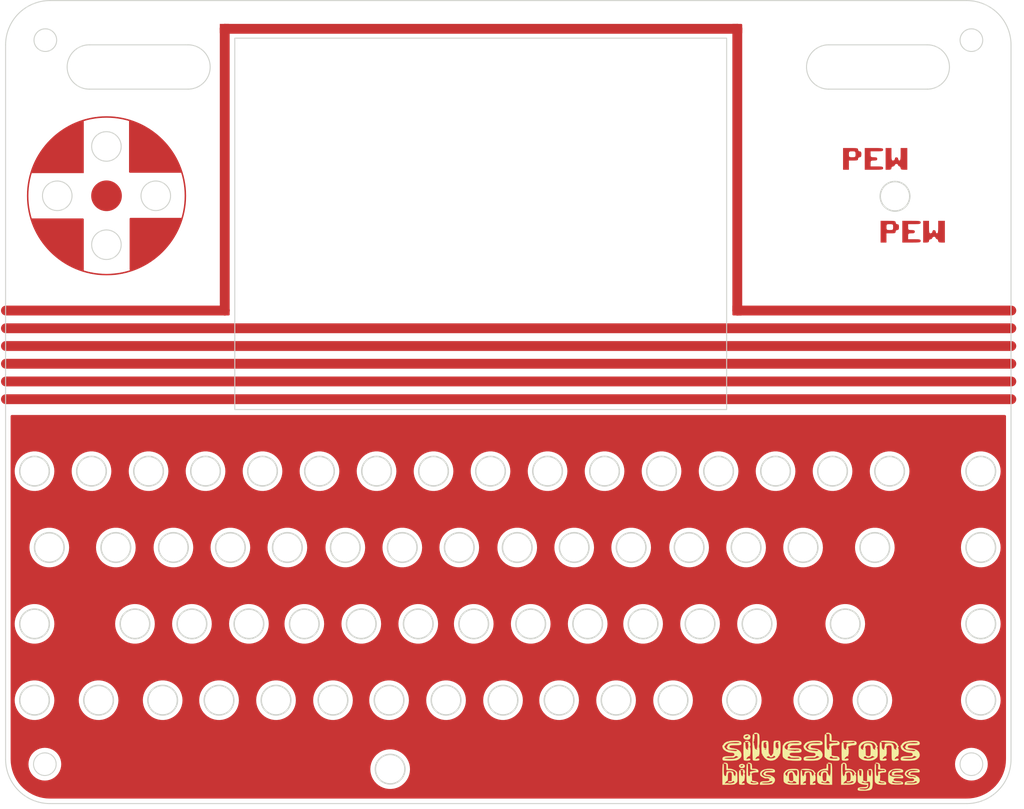
<source format=kicad_pcb>
(kicad_pcb (version 20211014) (generator pcbnew)
  (layers (0 "F.Cu" signal) (31 "B.Cu" signal) (34 "B.Paste" user) (35 "F.Paste" user) (36 "B.SilkS" user "B.Silkscreen") (37 "F.SilkS" user "F.Silkscreen") (38 "B.Mask" user) (39 "F.Mask" user) (44 "Edge.Cuts" user))
  (net 0 "")
  (footprint "LOGO" (layer "F.Cu") (at 189.592 98.950251)
    (fp_text reference "G***" hide)
    (fp_text value "LOGO" hide)
    (fp_poly (pts (xy 38.676921 -24.548547) (xy 38.944461 -24.539121) (xy 39.101226 -24.516885) (xy 39.176488 -24.476499) (xy 39.19952 -24.412623) (xy 39.200666 -24.380602) (xy 39.185668 -24.293735) (xy 39.11728 -24.242766) (xy 38.960412 -24.218307) (xy 38.67997 -24.210969) (xy 38.565666 -24.210702) (xy 37.930666 -24.210702) (xy 37.930666 -23.913378) (xy 37.940919 -23.723012) (xy 38.004224 -23.638412) (xy 38.1694 -23.616718) (xy 38.269333 -23.616054) (xy 38.490901 -23.601806) (xy 38.588825 -23.54422) (xy 38.608 -23.446154) (xy 38.579599 -23.334999) (xy 38.46481 -23.285873) (xy 38.269333 -23.276254) (xy 38.052497 -23.267253) (xy 37.956133 -23.211676) (xy 37.931423 -23.066663) (xy 37.930666 -22.97893) (xy 37.930666 -22.681605) (xy 38.565666 -22.681605) (xy 38.890334 -22.677593) (xy 39.080829 -22.659295) (xy 39.172245 -22.617323) (xy 39.19967 -22.542289) (xy 39.200666 -22.511706) (xy 39.189949 -22.437351) (xy 39.138282 -22.388545) (xy 39.016393 -22.359947) (xy 38.79501 -22.346217) (xy 38.444859 -22.342015) (xy 38.269333 -22.341806) (xy 37.338 -22.341806) (xy 37.338 -24.550502) (xy 38.269333 -24.550502)) (layer "F.Cu") (width 0) (fill solid))
    (fp_poly (pts (xy 40.070701 -17.157027) (xy 40.295664 -17.14372) (xy 40.415782 -17.112758) (xy 40.463287 -17.056956) (xy 40.470666 -16.989967) (xy 40.530535 -16.847989) (xy 40.64 -16.820067) (xy 40.756708 -16.786808) (xy 40.803798 -16.656968) (xy 40.809333 -16.522743) (xy 40.790391 -16.31782) (xy 40.716444 -16.235137) (xy 40.64 -16.225418) (xy 40.498495 -16.16535) (xy 40.470666 -16.055518) (xy 40.450454 -15.957334) (xy 40.363065 -15.906185) (xy 40.168368 -15.887431) (xy 40.005 -15.885619) (xy 39.539333 -15.885619) (xy 39.539333 -14.951171) (xy 38.946666 -14.951171) (xy 38.946666 -16.522743) (xy 39.539333 -16.522743) (xy 39.549586 -16.332376) (xy 39.61289 -16.247776) (xy 39.778067 -16.226083) (xy 39.878 -16.225418) (xy 40.094836 -16.234419) (xy 40.191199 -16.289996) (xy 40.215909 -16.435009) (xy 40.216666 -16.522743) (xy 40.206413 -16.713109) (xy 40.143109 -16.797709) (xy 39.977932 -16.819402) (xy 39.878 -16.820067) (xy 39.661163 -16.811066) (xy 39.5648 -16.755489) (xy 39.54009 -16.610476) (xy 39.539333 -16.522743) (xy 38.946666 -16.522743) (xy 38.946666 -17.159866) (xy 39.708666 -17.159866)) (layer "F.Cu") (width 0) (fill solid))
    (fp_poly (pts (xy 43.857333 -16.522743) (xy 43.861332 -16.196989) (xy 43.879569 -16.005856) (xy 43.921401 -15.914136) (xy 43.996185 -15.886618) (xy 44.026666 -15.885619) (xy 44.16817 -15.945687) (xy 44.196 -16.055518) (xy 44.255868 -16.197496) (xy 44.365333 -16.225418) (xy 44.506837 -16.16535) (xy 44.534666 -16.055518) (xy 44.587606 -15.917153) (xy 44.661666 -15.885619) (xy 44.728655 -15.918994) (xy 44.767977 -16.039601) (xy 44.785756 -16.278166) (xy 44.788666 -16.522743) (xy 44.788666 -17.159866) (xy 45.466 -17.159866) (xy 45.466 -14.951171) (xy 45.127333 -14.951171) (xy 44.905765 -14.965418) (xy 44.80784 -15.023005) (xy 44.788666 -15.12107) (xy 44.735727 -15.259436) (xy 44.661666 -15.29097) (xy 44.549418 -15.35897) (xy 44.534666 -15.418395) (xy 44.46408 -15.522169) (xy 44.365333 -15.545819) (xy 44.227429 -15.492703) (xy 44.196 -15.418395) (xy 44.125413 -15.314621) (xy 44.026666 -15.29097) (xy 43.885162 -15.230901) (xy 43.857333 -15.12107) (xy 43.824185 -15.003972) (xy 43.694777 -14.956724) (xy 43.561 -14.951171) (xy 43.264666 -14.951171) (xy 43.264666 -17.159866) (xy 43.857333 -17.159866)) (layer "F.Cu") (width 0) (fill solid))
    (fp_poly (pts (xy 40.047333 -23.913378) (xy 40.051332 -23.587625) (xy 40.069569 -23.396492) (xy 40.111401 -23.304771) (xy 40.186185 -23.277254) (xy 40.216666 -23.276254) (xy 40.35817 -23.336323) (xy 40.386 -23.446154) (xy 40.445868 -23.588131) (xy 40.555333 -23.616054) (xy 40.696837 -23.555985) (xy 40.724666 -23.446154) (xy 40.777606 -23.307788) (xy 40.851666 -23.276254) (xy 40.918655 -23.309629) (xy 40.957977 -23.430236) (xy 40.975756 -23.668801) (xy 40.978666 -23.913378) (xy 40.978666 -24.550502) (xy 41.656 -24.550502) (xy 41.656 -22.341806) (xy 41.317333 -22.341806) (xy 41.095765 -22.356054) (xy 40.99784 -22.41364) (xy 40.978666 -22.511706) (xy 40.925727 -22.650071) (xy 40.851666 -22.681605) (xy 40.739418 -22.749605) (xy 40.724666 -22.80903) (xy 40.65408 -22.912804) (xy 40.555333 -22.936455) (xy 40.417429 -22.883338) (xy 40.386 -22.80903) (xy 40.315413 -22.705256) (xy 40.216666 -22.681605) (xy 40.075162 -22.621537) (xy 40.047333 -22.511706) (xy 40.014185 -22.394607) (xy 39.884777 -22.34736) (xy 39.751 -22.341806) (xy 39.454666 -22.341806) (xy 39.454666 -24.550502) (xy 40.047333 -24.550502)) (layer "F.Cu") (width 0) (fill solid))
    (fp_poly (pts (xy 42.486921 -17.157911) (xy 42.754461 -17.148486) (xy 42.911226 -17.12625) (xy 42.986488 -17.085864) (xy 43.00952 -17.021987) (xy 43.010666 -16.989967) (xy 42.995668 -16.903099) (xy 42.92728 -16.85213) (xy 42.770412 -16.827671) (xy 42.48997 -16.820333) (xy 42.375666 -16.820067) (xy 41.740666 -16.820067) (xy 41.740666 -16.522743) (xy 41.750919 -16.332376) (xy 41.814224 -16.247776) (xy 41.9794 -16.226083) (xy 42.079333 -16.225418) (xy 42.300901 -16.211171) (xy 42.398825 -16.153584) (xy 42.418 -16.055518) (xy 42.389599 -15.944364) (xy 42.27481 -15.895238) (xy 42.079333 -15.885619) (xy 41.862497 -15.876618) (xy 41.766133 -15.821041) (xy 41.741423 -15.676028) (xy 41.740666 -15.588294) (xy 41.740666 -15.29097) (xy 42.375666 -15.29097) (xy 42.700334 -15.286957) (xy 42.890829 -15.268659) (xy 42.982245 -15.226688) (xy 43.00967 -15.151653) (xy 43.010666 -15.12107) (xy 42.999949 -15.046716) (xy 42.948282 -14.997909) (xy 42.826393 -14.969311) (xy 42.60501 -14.955581) (xy 42.254859 -14.95138) (xy 42.079333 -14.951171) (xy 41.148 -14.951171) (xy 41.148 -17.159866) (xy 42.079333 -17.159866)) (layer "F.Cu") (width 0) (fill solid))
    (fp_poly (pts (xy 36.260701 -24.547663) (xy 36.485664 -24.534356) (xy 36.605782 -24.503394) (xy 36.653287 -24.447592) (xy 36.660666 -24.380602) (xy 36.720535 -24.238625) (xy 36.83 -24.210702) (xy 36.946708 -24.177443) (xy 36.993798 -24.047603) (xy 36.999333 -23.913378) (xy 36.980391 -23.708456) (xy 36.906444 -23.625773) (xy 36.83 -23.616054) (xy 36.688495 -23.555985) (xy 36.660666 -23.446154) (xy 36.640454 -23.347969) (xy 36.553065 -23.296821) (xy 36.358368 -23.278066) (xy 36.195 -23.276254) (xy 35.729333 -23.276254) (xy 35.729333 -22.341806) (xy 35.136666 -22.341806) (xy 35.136666 -23.913378) (xy 35.729333 -23.913378) (xy 35.739586 -23.723012) (xy 35.80289 -23.638412) (xy 35.968067 -23.616718) (xy 36.068 -23.616054) (xy 36.284836 -23.625055) (xy 36.381199 -23.680632) (xy 36.405909 -23.825645) (xy 36.406666 -23.913378) (xy 36.396413 -24.103744) (xy 36.333109 -24.188344) (xy 36.167932 -24.210038) (xy 36.068 -24.210702) (xy 35.851163 -24.201701) (xy 35.7548 -24.146124) (xy 35.73009 -24.001111) (xy 35.729333 -23.913378) (xy 35.136666 -23.913378) (xy 35.136666 -24.550502) (xy 35.898666 -24.550502)) (layer "F.Cu") (width 0) (fill solid))
  )
  (footprint "LOGO" (layer "F.Cu") (at 190.748202 99.953428)
    (fp_text reference "G***" hide)
    (fp_text value "LOGO" hide)
  )
  (footprint "LOGO" (layer "F.Cu") (at 189.592 98.950251)
    (fp_text reference "G***" hide)
    (fp_text value "LOGO" hide)
  )
  (footprint "Silvestron Components:sbab-logo-20x6mm" (layer "F.Cu") (at 222.5 136.7)
    (fp_text reference "G***" hide)
    (fp_text value "LOGO" hide)
  )
  (gr_line (start 139.8 92.7) (end 241.8 92.7) (layer "F.Cu") (width 1))
  (gr_line (start 162 62.3) (end 162 90.9) (layer "F.Cu") (width 1))
  (gr_line (start 139.8 96.3) (end 241.8 96.3) (layer "F.Cu") (width 1))
  (gr_circle (center 150.007149 79.250002) (end 151.514298 79.250002) (layer "F.Cu") (width 0.1) (fill solid))
  (gr_poly (pts (xy 152.45 81.586425) (xy 157.6 81.586425) (xy 157.1 82.786427) (xy 156.300001 84.036426) (xy 155.3 85.136425) (xy 154.15 85.986426) (xy 153.200001 86.486425) (xy 152.45 86.736425)) (layer "F.Cu") (width 0.2) (fill solid))
  (gr_circle (center 150.007149 79.250002) (end 158.007154 79.250002) (layer "F.Cu") (width 0.15) (fill none))
  (gr_line (start 139.8 94.5) (end 241.8 94.5) (layer "F.Cu") (width 1))
  (gr_line (start 139.8 90.9) (end 162 90.9) (layer "F.Cu") (width 1))
  (gr_line (start 214 90.9) (end 241.8 90.9) (layer "F.Cu") (width 1))
  (gr_poly (pts (xy 152.389425 76.812164) (xy 152.389425 71.662164) (xy 153.589426 72.162164) (xy 154.839426 72.962164) (xy 155.939425 73.962164) (xy 156.789425 75.112164) (xy 157.289425 76.062164) (xy 157.539425 76.812164)) (layer "F.Cu") (width 0.2) (fill solid))
  (gr_line (start 139.8 99.9) (end 241.8 99.9) (layer "F.Cu") (width 1))
  (gr_rect (start 213.6 91.3) (end 214.4 90.5) (layer "F.Cu") (width 0.2) (fill none))
  (gr_line (start 214 62.3) (end 162 62.3) (layer "F.Cu") (width 1))
  (gr_line (start 214 90.9) (end 214 62.3) (layer "F.Cu") (width 1))
  (gr_line (start 139.8 98.1) (end 241.8 98.1) (layer "F.Cu") (width 1))
  (gr_rect (start 213.6 62.7) (end 214.4 61.9) (layer "F.Cu") (width 0.2) (fill none))
  (gr_rect (start 162.4 91.3) (end 162 90.8) (layer "F.Cu") (width 0.2) (fill none))
  (gr_poly (pts (xy 147.6 81.65) (xy 147.6 86.8) (xy 146.399998 86.3) (xy 145.149999 85.500001) (xy 144.05 84.5) (xy 143.199999 83.35) (xy 142.7 82.400001) (xy 142.45 81.65)) (layer "F.Cu") (width 0.2) (fill solid))
  (gr_rect (start 161.6 62.7) (end 162.4 61.9) (layer "F.Cu") (width 0.2) (fill none))
  (gr_poly (pts (xy 147.6 76.85) (xy 142.45 76.85) (xy 142.95 75.65) (xy 143.75 74.4) (xy 144.75 73.3) (xy 145.9 72.45) (xy 146.85 71.95) (xy 147.6 71.7)) (layer "F.Cu") (width 0.2) (fill solid))
  (gr_circle locked (center 187.262212 122.704899) (end 185.762212 122.704899) (layer "Edge.Cuts") (width 0.15) (fill none))
  (gr_circle locked (center 203.232212 114.954899) (end 201.732212 114.954899) (layer "Edge.Cuts") (width 0.15) (fill none))
  (gr_circle locked (center 148.482212 107.204899) (end 146.982212 107.204899) (layer "Edge.Cuts") (width 0.15) (fill none))
  (gr_circle locked (center 210.222212 122.704899) (end 208.722212 122.704899) (layer "Edge.Cuts") (width 0.15) (fill none))
  (gr_line (start 223.268907 68.425003) (end 233.293905 68.424863) (layer "Edge.Cuts") (width 0.1))
  (gr_line (start 144.268872 140.950001) (end 237.268872 140.950002) (layer "Edge.Cuts") (width 0.1))
  (gr_circle locked (center 181.632212 122.704899) (end 180.132212 122.704899) (layer "Edge.Cuts") (width 0.15) (fill none))
  (gr_circle locked (center 220.672212 114.954899) (end 219.172212 114.954899) (layer "Edge.Cuts") (width 0.15) (fill none))
  (gr_arc (start 237.268872 59.431974) (mid 240.450854 60.749994) (end 241.768873 63.931977) (layer "Edge.Cuts") (width 0.1))
  (gr_circle locked (center 175.852212 122.704899) (end 174.352213 122.704899) (layer "Edge.Cuts") (width 0.15) (fill none))
  (gr_circle locked (center 154.272212 107.204898) (end 155.772212 107.204898) (layer "Edge.Cuts") (width 0.15) (fill none))
  (gr_circle locked (center 206.312212 107.204899) (end 204.812212 107.204899) (layer "Edge.Cuts") (width 0.15) (fill none))
  (gr_circle locked (center 229.452212 107.204899) (end 227.952212 107.204899) (layer "Edge.Cuts") (width 0.15) (fill none))
  (gr_circle locked (center 158.672212 122.704899) (end 157.172212 122.704899) (layer "Edge.Cuts") (width 0.15) (fill none))
  (gr_arc (start 144.268872 140.950001) (mid 141.086891 139.631981) (end 139.768872 136.45) (layer "Edge.Cuts") (width 0.1))
  (gr_circle locked (center 171.612212 107.204899) (end 170.112212 107.204899) (layer "Edge.Cuts") (width 0.15) (fill none))
  (gr_circle locked (center 177.402212 107.204899) (end 175.902212 107.204899) (layer "Edge.Cuts") (width 0.15) (fill none))
  (gr_circle (center 143.8 63.45) (end 144.95 63.45) (layer "Edge.Cuts") (width 0.1) (fill none))
  (gr_line (start 148.26884 68.424869) (end 158.293838 68.424729) (layer "Edge.Cuts") (width 0.1))
  (gr_circle locked (center 214.452212 130.454899) (end 212.952212 130.454899) (layer "Edge.Cuts") (width 0.15) (fill none))
  (gr_circle locked (center 238.702212 114.954898) (end 237.202212 114.954899) (layer "Edge.Cuts") (width 0.15) (fill none))
  (gr_circle locked (center 156.792212 114.954899) (end 155.292212 114.954899) (layer "Edge.Cuts") (width 0.15) (fill none))
  (gr_circle locked (center 227.952213 114.954899) (end 226.452211 114.954899) (layer "Edge.Cuts") (width 0.15) (fill none))
  (gr_circle locked (center 142.702212 107.204899) (end 141.202212 107.204899) (layer "Edge.Cuts") (width 0.15) (fill none))
  (gr_circle (center 155.006084 79.250002) (end 156.506084 79.250002) (layer "Edge.Cuts") (width 0.1) (fill none))
  (gr_circle locked (center 194.752212 107.204899) (end 193.252212 107.204899) (layer "Edge.Cuts") (width 0.15) (fill none))
  (gr_circle locked (center 221.702212 130.454899) (end 220.202212 130.454899) (layer "Edge.Cuts") (width 0.15) (fill none))
  (gr_circle locked (center 201.702213 130.454899) (end 200.202211 130.454899) (layer "Edge.Cuts") (width 0.15) (fill none))
  (gr_circle locked (center 238.702212 107.204899) (end 237.202212 107.204899) (layer "Edge.Cuts") (width 0.15) (fill none))
  (gr_circle locked (center 191.672213 114.954899) (end 190.172211 114.954899) (layer "Edge.Cuts") (width 0.15) (fill none))
  (gr_circle locked (center 230 79.3) (end 231.5 79.3) (layer "Edge.Cuts") (width 0.15) (fill none))
  (gr_circle locked (center 212.102213 107.204899) (end 210.602212 107.204898) (layer "Edge.Cuts") (width 0.15) (fill none))
  (gr_circle locked (center 238.702212 122.704899) (end 237.202212 122.704899) (layer "Edge.Cuts") (width 0.15) (fill none))
  (gr_circle locked (center 150.952211 114.954899) (end 149.452212 114.954899) (layer "Edge.Cuts") (width 0.15) (fill none))
  (gr_circle locked (center 155.702212 130.454899) (end 154.202212 130.4549) (layer "Edge.Cuts") (width 0.15) (fill none))
  (gr_circle locked (center 162.572212 114.954899) (end 161.072212 114.954899) (layer "Edge.Cuts") (width 0.15) (fill none))
  (gr_circle locked (center 167.202213 130.454899) (end 165.702212 130.4549) (layer "Edge.Cuts") (width 0.15) (fill none))
  (gr_circle locked (center 190.232212 130.454899) (end 188.732213 130.454899) (layer "Edge.Cuts") (width 0.15) (fill none))
  (gr_circle locked (center 214.892212 114.954899) (end 213.392212 114.954899) (layer "Edge.Cuts") (width 0.15) (fill none))
  (gr_circle locked (center 160.052212 107.204899) (end 158.552212 107.204898) (layer "Edge.Cuts") (width 0.15) (fill none))
  (gr_line (start 158.26884 63.924868) (end 148.293295 63.925002) (layer "Edge.Cuts") (width 0.1))
  (gr_circle locked (center 180.012212 114.954898) (end 178.512212 114.954899) (layer "Edge.Cuts") (width 0.15) (fill none))
  (gr_circle locked (center 142.702212 122.704899) (end 141.202212 122.704899) (layer "Edge.Cuts") (width 0.15) (fill none))
  (gr_circle locked (center 152.892212 122.704899) (end 151.392212 122.704899) (layer "Edge.Cuts") (width 0.15) (fill none))
  (gr_circle (center 237.75 63.45) (end 236.6 63.45) (layer "Edge.Cuts") (width 0.1) (fill none))
  (gr_circle locked (center 204.442212 122.704899) (end 202.942211 122.704899) (layer "Edge.Cuts") (width 0.15) (fill none))
  (gr_circle (center 149.996152 74.241067) (end 151.496152 74.241067) (layer "Edge.Cuts") (width 0.1) (fill none))
  (gr_circle locked (center 164.452211 122.704899) (end 162.952212 122.704899) (layer "Edge.Cuts") (width 0.15) (fill none))
  (gr_circle locked (center 195.922211 130.454899) (end 194.422212 130.454899) (layer "Edge.Cuts") (width 0.15) (fill none))
  (gr_circle locked (center 170.072213 122.704899) (end 168.572211 122.704899) (layer "Edge.Cuts") (width 0.15) (fill none))
  (gr_circle locked (center 174.232212 114.954899) (end 172.732212 114.954899) (layer "Edge.Cuts") (width 0.15) (fill none))
  (gr_circle locked (center 144.202212 114.954899) (end 142.702212 114.954898) (layer "Edge.Cuts") (width 0.15) (fill none))
  (gr_circle locked (center 207.482212 130.454899) (end 205.982213 130.454899) (layer "Edge.Cuts") (width 0.15) (fill none))
  (gr_circle locked (center 223.662212 107.204899) (end 222.162212 107.204899) (layer "Edge.Cuts") (width 0.15) (fill none))
  (gr_circle (center 145.008214 79.250002) (end 146.508214 79.250002) (layer "Edge.Cuts") (width 0.1) (fill none))
  (gr_circle locked (center 168.352211 114.954899) (end 166.852212 114.954899) (layer "Edge.Cuts") (width 0.15) (fill none))
  (gr_circle locked (center 172.982212 130.454899) (end 171.482212 130.454899) (layer "Edge.Cuts") (width 0.15) (fill none))
  (gr_circle locked (center 216.002212 122.704899) (end 214.502212 122.704899) (layer "Edge.Cuts") (width 0.15) (fill none))
  (gr_circle locked (center 142.702212 130.4549) (end 141.202212 130.454899) (layer "Edge.Cuts") (width 0.15) (fill none))
  (gr_circle locked (center 161.422211 130.454899) (end 159.922212 130.454899) (layer "Edge.Cuts") (width 0.15) (fill none))
  (gr_arc (start 148.26884 68.424869) (mid 146.018872 66.162641) (end 148.293295 63.925002) (layer "Edge.Cuts") (width 0.1))
  (gr_line (start 139.768872 63.931978) (end 139.768872 136.45) (layer "Edge.Cuts") (width 0.1))
  (gr_circle locked (center 193.042211 122.704899) (end 191.542212 122.704899) (layer "Edge.Cuts") (width 0.15) (fill none))
  (gr_circle locked (center 209.112212 114.954899) (end 207.612212 114.954899) (layer "Edge.Cuts") (width 0.15) (fill none))
  (gr_circle locked (center 183.182212 107.204898) (end 181.682212 107.204899) (layer "Edge.Cuts") (width 0.15) (fill none))
  (gr_circle locked (center 185.792212 114.954899) (end 184.292212 114.954898) (layer "Edge.Cuts") (width 0.15) (fill none))
  (gr_circle locked (center 197.452212 114.954899) (end 195.952213 114.954899) (layer "Edge.Cuts") (width 0.15) (fill none))
  (gr_circle (center 143.75 136.95) (end 144.9 136.95) (layer "Edge.Cuts") (width 0.1) (fill none))
  (gr_arc (start 241.768872 136.450002) (mid 240.45085 139.63198) (end 237.268872 140.950002) (layer "Edge.Cuts") (width 0.1))
  (gr_circle locked (center 178.672211 130.454899) (end 177.172212 130.454899) (layer "Edge.Cuts") (width 0.15) (fill none))
  (gr_circle locked (center 227.702212 130.454899) (end 226.202212 130.454899) (layer "Edge.Cuts") (width 0.15) (fill none))
  (gr_circle locked (center 165.832212 107.204899) (end 164.332212 107.204899) (layer "Edge.Cuts") (width 0.15) (fill none))
  (gr_circle locked (center 198.822213 122.704899) (end 197.322211 122.704899) (layer "Edge.Cuts") (width 0.15) (fill none))
  (gr_line (start 233.268907 63.925002) (end 223.293362 63.925136) (layer "Edge.Cuts") (width 0.1))
  (gr_rect (start 212.918872 100.950002) (end 163.018872 63.250002) (layer "Edge.Cuts") (width 0.1) (fill none))
  (gr_line (start 237.268872 59.431974) (end 144.268872 59.431977) (layer "Edge.Cuts") (width 0.1))
  (gr_circle locked (center 178.782212 137.454899) (end 177.282212 137.4549) (layer "Edge.Cuts") (width 0.15) (fill none))
  (gr_arc (start 158.26884 63.924868) (mid 160.518805 66.162369) (end 158.293838 68.424729) (layer "Edge.Cuts") (width 0.1))
  (gr_circle locked (center 238.702212 130.4549) (end 237.202212 130.454899) (layer "Edge.Cuts") (width 0.15) (fill none))
  (gr_circle locked (center 184.452213 130.454899) (end 182.952211 130.454899) (layer "Edge.Cuts") (width 0.15) (fill none))
  (gr_arc (start 139.768872 63.931978) (mid 141.086891 60.749997) (end 144.268872 59.431977) (layer "Edge.Cuts") (width 0.1))
  (gr_line (start 241.768872 136.450002) (end 241.768873 63.931977) (layer "Edge.Cuts") (width 0.1))
  (gr_circle locked (center 200.532212 107.204899) (end 199.032212 107.204899) (layer "Edge.Cuts") (width 0.15) (fill none))
  (gr_circle locked (center 149.202213 130.454899) (end 147.702211 130.454899) (layer "Edge.Cuts") (width 0.15) (fill none))
  (gr_circle (center 237.75 136.95) (end 236.6 136.95) (layer "Edge.Cuts") (width 0.1) (fill none))
  (gr_circle locked (center 217.882212 107.204899) (end 216.382213 107.204899) (layer "Edge.Cuts") (width 0.15) (fill none))
  (gr_arc (start 233.268907 63.925002) (mid 235.518872 66.162503) (end 233.293905 68.424863) (layer "Edge.Cuts") (width 0.1))
  (gr_arc (start 223.268907 68.425003) (mid 221.018939 66.162775) (end 223.293362 63.925136) (layer "Edge.Cuts") (width 0.1))
  (gr_circle locked (center 224.952212 122.704899) (end 223.452213 122.704899) (layer "Edge.Cuts") (width 0.15) (fill none))
  (gr_circle (center 149.996152 84.217118) (end 151.496152 84.217118) (layer "Edge.Cuts") (width 0.1) (fill none))
  (gr_circle locked (center 188.962212 107.204899) (end 187.462212 107.204898) (layer "Edge.Cuts") (width 0.15) (fill none))
  (zone (net 0) (net_name "") (layer "F.Cu") (connect_pads yes (clearance 0.508)) (min_thickness 0.254) (fill yes (thermal_gap 0.508) (thermal_bridge_width 0.508))
    (polygon (pts (xy 243.1 141.5) (xy 139.2 141.5) (xy 139.3 101.5) (xy 243.100948 101.5)))
  )
)
</source>
